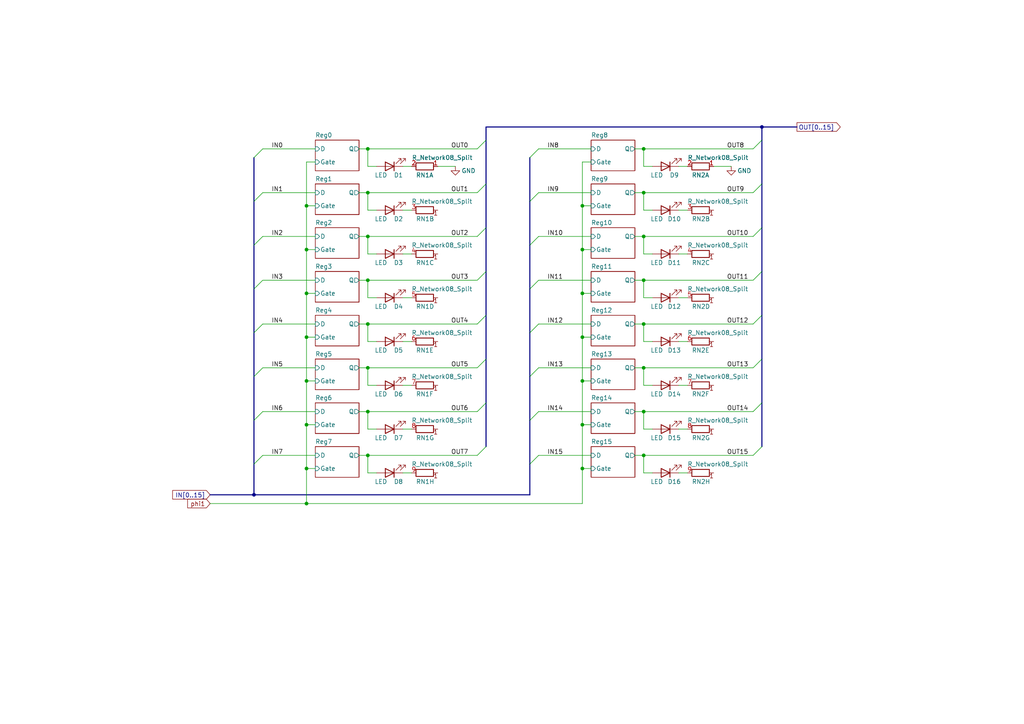
<source format=kicad_sch>
(kicad_sch (version 20211123) (generator eeschema)
  (paper "A4")
  (lib_symbols
    (symbol "Device:LED" (pin_numbers hide) (pin_names (offset 1.016) hide)
      (property "Reference" "D" (at 0 2.54 0))
      (property "Value" "LED" (at 0 -2.54 0))
      (symbol "LED_0_1"
        (polyline (pts (xy -1.27 -1.27) (xy -1.27 1.27)) (stroke (width 0.254)))
        (polyline (pts (xy -1.27 0) (xy 1.27 0)))
        (polyline (pts (xy 1.27 -1.27) (xy 1.27 1.27) (xy -1.27 0) (xy 1.27 -1.27)) (stroke (width 0.254)))
        (polyline (pts (xy -3.048 -0.762) (xy -4.572 -2.286) (xy -3.81 -2.286) (xy -4.572 -2.286) (xy -4.572 -1.524)))
        (polyline (pts (xy -1.778 -0.762) (xy -3.302 -2.286) (xy -2.54 -2.286) (xy -3.302 -2.286) (xy -3.302 -1.524)))
      )
      (symbol "LED_1_1"
        (pin passive line (at -3.81 0 0) (length 2.54) (name "K") (number "1"))
        (pin passive line (at 3.81 0 180) (length 2.54) (name "A") (number "2"))
      )
    )
    (symbol "Device:R_Network08_Split" (pin_names (offset 0) hide)
      (property "Reference" "RN" (at 2.032 0 90))
      (property "Value" "R_Network08_Split" (at 0 0 90))
      (symbol "R_Network08_Split_0_1"
        (rectangle (start 1.016 2.54) (end -1.016 -2.54) (stroke (width 0.254)))
      )
      (symbol "R_Network08_Split_1_1"
        (pin passive line (at 0 3.81 270) (length 1.27) (name "R1.1") (number "1"))
        (pin passive line (at 0 -3.81 90) (length 1.27) (name "R1.2") (number "2"))
      )
      (symbol "R_Network08_Split_2_1"
        (polyline (pts (xy 0 2.54) (xy 0 3.81)))
        (text "1" (at 0.889 3.175 900) (effects (font (size 1.27 1.27))))
        (pin passive line (at 0 -3.81 90) (length 1.27) (name "R2.2") (number "3"))
      )
      (symbol "R_Network08_Split_3_1"
        (polyline (pts (xy 0 2.54) (xy 0 3.81)))
        (text "1" (at 0.889 3.175 900) (effects (font (size 1.27 1.27))))
        (pin passive line (at 0 -3.81 90) (length 1.27) (name "R3.2") (number "4"))
      )
      (symbol "R_Network08_Split_4_1"
        (polyline (pts (xy 0 2.54) (xy 0 3.81)))
        (text "1" (at 0.889 3.175 900) (effects (font (size 1.27 1.27))))
        (pin passive line (at 0 -3.81 90) (length 1.27) (name "R4.2") (number "5"))
      )
      (symbol "R_Network08_Split_5_1"
        (polyline (pts (xy 0 2.54) (xy 0 3.81)))
        (text "1" (at 0.889 3.175 900) (effects (font (size 1.27 1.27))))
        (pin passive line (at 0 -3.81 90) (length 1.27) (name "R5.2") (number "6"))
      )
      (symbol "R_Network08_Split_6_1"
        (polyline (pts (xy 0 2.54) (xy 0 3.81)))
        (text "1" (at 0.889 3.175 900) (effects (font (size 1.27 1.27))))
        (pin passive line (at 0 -3.81 90) (length 1.27) (name "R6.2") (number "7"))
      )
      (symbol "R_Network08_Split_7_1"
        (polyline (pts (xy 0 2.54) (xy 0 3.81)))
        (text "1" (at 0.889 3.175 900) (effects (font (size 1.27 1.27))))
        (pin passive line (at 0 -3.81 90) (length 1.27) (name "R7.2") (number "8"))
      )
      (symbol "R_Network08_Split_8_1"
        (polyline (pts (xy 0 2.54) (xy 0 3.81)))
        (text "1" (at 0.889 3.175 900) (effects (font (size 1.27 1.27))))
        (pin passive line (at 0 -3.81 90) (length 1.27) (name "R8.2") (number "9"))
      )
    )
    (symbol "power:GND" (power) (pin_names (offset 0))
      (property "Value" "GND" (at 0 -3.81 0))
      (symbol "GND_0_1"
        (polyline (pts (xy 0 0) (xy 0 -1.27) (xy 1.27 -1.27) (xy 0 -2.54) (xy -1.27 -1.27) (xy 0 -1.27)))
      )
      (symbol "GND_1_1"
        (pin power_in line (at 0 0 270) (length 0) hide (name "GND") (number "1"))
      )
    )
  )
  (junction (at 186.69 132.08))
  (junction (at 106.68 43.18))
  (junction (at 186.69 106.68))
  (junction (at 106.68 106.68))
  (junction (at 168.91 85.09))
  (junction (at 88.9 146.05))
  (junction (at 88.9 135.89))
  (junction (at 106.68 119.38))
  (junction (at 88.9 72.39))
  (junction (at 168.91 59.69))
  (junction (at 73.66 143.51))
  (junction (at 168.91 110.49))
  (junction (at 186.69 93.98))
  (junction (at 88.9 85.09))
  (junction (at 168.91 72.39))
  (junction (at 168.91 97.79))
  (junction (at 186.69 81.28))
  (junction (at 106.68 68.58))
  (junction (at 186.69 68.58))
  (junction (at 168.91 135.89))
  (junction (at 106.68 55.88))
  (junction (at 106.68 93.98))
  (junction (at 106.68 81.28))
  (junction (at 186.69 55.88))
  (junction (at 168.91 123.19))
  (junction (at 88.9 123.19))
  (junction (at 186.69 43.18))
  (junction (at 186.69 119.38))
  (junction (at 220.98 36.83))
  (junction (at 106.68 132.08))
  (junction (at 88.9 97.79))
  (junction (at 88.9 59.69))
  (junction (at 88.9 110.49))
  (bus_entry (at 138.43 106.68) (size 2.54 -2.54))
  (bus_entry (at 218.44 68.58) (size 2.54 -2.54))
  (bus_entry (at 153.67 96.52) (size 2.54 -2.54))
  (bus_entry (at 218.44 93.98) (size 2.54 -2.54))
  (bus_entry (at 73.66 121.92) (size 2.54 -2.54))
  (bus_entry (at 73.66 83.82) (size 2.54 -2.54))
  (bus_entry (at 138.43 68.58) (size 2.54 -2.54))
  (bus_entry (at 153.67 134.62) (size 2.54 -2.54))
  (bus_entry (at 218.44 81.28) (size 2.54 -2.54))
  (bus_entry (at 138.43 43.18) (size 2.54 -2.54))
  (bus_entry (at 138.43 55.88) (size 2.54 -2.54))
  (bus_entry (at 153.67 121.92) (size 2.54 -2.54))
  (bus_entry (at 218.44 132.08) (size 2.54 -2.54))
  (bus_entry (at 73.66 96.52) (size 2.54 -2.54))
  (bus_entry (at 73.66 45.72) (size 2.54 -2.54))
  (bus_entry (at 73.66 58.42) (size 2.54 -2.54))
  (bus_entry (at 153.67 58.42) (size 2.54 -2.54))
  (bus_entry (at 138.43 93.98) (size 2.54 -2.54))
  (bus_entry (at 153.67 83.82) (size 2.54 -2.54))
  (bus_entry (at 138.43 81.28) (size 2.54 -2.54))
  (bus_entry (at 73.66 71.12) (size 2.54 -2.54))
  (bus_entry (at 73.66 134.62) (size 2.54 -2.54))
  (bus_entry (at 153.67 109.22) (size 2.54 -2.54))
  (bus_entry (at 218.44 55.88) (size 2.54 -2.54))
  (bus_entry (at 153.67 71.12) (size 2.54 -2.54))
  (bus_entry (at 138.43 119.38) (size 2.54 -2.54))
  (bus_entry (at 153.67 45.72) (size 2.54 -2.54))
  (bus_entry (at 138.43 132.08) (size 2.54 -2.54))
  (bus_entry (at 73.66 109.22) (size 2.54 -2.54))
  (bus_entry (at 218.44 119.38) (size 2.54 -2.54))
  (bus_entry (at 218.44 106.68) (size 2.54 -2.54))
  (bus_entry (at 218.44 43.18) (size 2.54 -2.54))
  (wire (pts (xy 186.69 81.28) (xy 218.44 81.28)))
  (wire (pts (xy 186.69 43.18) (xy 218.44 43.18)))
  (bus (pts (xy 73.66 71.12) (xy 73.66 83.82)))
  (wire (pts (xy 186.69 48.26) (xy 189.23 48.26)))
  (wire (pts (xy 186.69 106.68) (xy 186.69 111.76)))
  (wire (pts (xy 88.9 59.69) (xy 88.9 72.39)))
  (bus (pts (xy 140.97 40.64) (xy 140.97 36.83)))
  (wire (pts (xy 168.91 135.89) (xy 171.45 135.89)))
  (bus (pts (xy 153.67 121.92) (xy 153.67 134.62)))
  (wire (pts (xy 106.68 86.36) (xy 109.22 86.36)))
  (wire (pts (xy 156.21 68.58) (xy 171.45 68.58)))
  (wire (pts (xy 186.69 93.98) (xy 218.44 93.98)))
  (wire (pts (xy 106.68 106.68) (xy 138.43 106.68)))
  (wire (pts (xy 186.69 119.38) (xy 186.69 124.46)))
  (wire (pts (xy 184.15 106.68) (xy 186.69 106.68)))
  (bus (pts (xy 220.98 53.34) (xy 220.98 66.04)))
  (wire (pts (xy 76.2 55.88) (xy 91.44 55.88)))
  (wire (pts (xy 199.39 86.36) (xy 196.85 86.36)))
  (bus (pts (xy 73.66 58.42) (xy 73.66 71.12)))
  (wire (pts (xy 168.91 59.69) (xy 171.45 59.69)))
  (bus (pts (xy 153.67 134.62) (xy 153.67 143.51)))
  (wire (pts (xy 88.9 59.69) (xy 91.44 59.69)))
  (wire (pts (xy 186.69 55.88) (xy 218.44 55.88)))
  (bus (pts (xy 220.98 78.74) (xy 220.98 91.44)))
  (bus (pts (xy 140.97 104.14) (xy 140.97 91.44)))
  (bus (pts (xy 220.98 36.83) (xy 220.98 40.64)))
  (wire (pts (xy 168.91 72.39) (xy 171.45 72.39)))
  (wire (pts (xy 106.68 81.28) (xy 106.68 86.36)))
  (bus (pts (xy 153.67 96.52) (xy 153.67 109.22)))
  (wire (pts (xy 119.38 48.26) (xy 116.84 48.26)))
  (bus (pts (xy 153.67 109.22) (xy 153.67 121.92)))
  (wire (pts (xy 106.68 43.18) (xy 138.43 43.18)))
  (wire (pts (xy 106.68 119.38) (xy 138.43 119.38)))
  (wire (pts (xy 88.9 72.39) (xy 88.9 85.09)))
  (wire (pts (xy 132.08 48.26) (xy 127 48.26)))
  (wire (pts (xy 104.14 132.08) (xy 106.68 132.08)))
  (bus (pts (xy 153.67 45.72) (xy 153.67 58.42)))
  (bus (pts (xy 220.98 66.04) (xy 220.98 78.74)))
  (wire (pts (xy 119.38 60.96) (xy 116.84 60.96)))
  (wire (pts (xy 184.15 43.18) (xy 186.69 43.18)))
  (wire (pts (xy 184.15 55.88) (xy 186.69 55.88)))
  (wire (pts (xy 212.09 48.26) (xy 207.01 48.26)))
  (wire (pts (xy 88.9 46.99) (xy 88.9 59.69)))
  (wire (pts (xy 186.69 106.68) (xy 218.44 106.68)))
  (bus (pts (xy 140.97 91.44) (xy 140.97 78.74)))
  (wire (pts (xy 106.68 106.68) (xy 106.68 111.76)))
  (wire (pts (xy 168.91 46.99) (xy 168.91 59.69)))
  (wire (pts (xy 186.69 119.38) (xy 218.44 119.38)))
  (wire (pts (xy 88.9 135.89) (xy 91.44 135.89)))
  (wire (pts (xy 76.2 132.08) (xy 91.44 132.08)))
  (bus (pts (xy 73.66 121.92) (xy 73.66 134.62)))
  (bus (pts (xy 60.96 143.51) (xy 73.66 143.51)))
  (wire (pts (xy 168.91 97.79) (xy 168.91 110.49)))
  (bus (pts (xy 220.98 91.44) (xy 220.98 104.14)))
  (bus (pts (xy 140.97 116.84) (xy 140.97 104.14)))
  (wire (pts (xy 168.91 85.09) (xy 168.91 97.79)))
  (wire (pts (xy 88.9 110.49) (xy 91.44 110.49)))
  (wire (pts (xy 199.39 137.16) (xy 196.85 137.16)))
  (wire (pts (xy 186.69 81.28) (xy 186.69 86.36)))
  (wire (pts (xy 106.68 60.96) (xy 109.22 60.96)))
  (wire (pts (xy 156.21 93.98) (xy 171.45 93.98)))
  (wire (pts (xy 199.39 124.46) (xy 196.85 124.46)))
  (wire (pts (xy 186.69 68.58) (xy 186.69 73.66)))
  (wire (pts (xy 106.68 48.26) (xy 109.22 48.26)))
  (wire (pts (xy 104.14 81.28) (xy 106.68 81.28)))
  (wire (pts (xy 76.2 119.38) (xy 91.44 119.38)))
  (bus (pts (xy 220.98 104.14) (xy 220.98 116.84)))
  (wire (pts (xy 76.2 106.68) (xy 91.44 106.68)))
  (wire (pts (xy 104.14 93.98) (xy 106.68 93.98)))
  (bus (pts (xy 140.97 129.54) (xy 140.97 116.84)))
  (wire (pts (xy 199.39 48.26) (xy 196.85 48.26)))
  (wire (pts (xy 104.14 106.68) (xy 106.68 106.68)))
  (wire (pts (xy 186.69 68.58) (xy 218.44 68.58)))
  (wire (pts (xy 156.21 55.88) (xy 171.45 55.88)))
  (wire (pts (xy 156.21 106.68) (xy 171.45 106.68)))
  (wire (pts (xy 184.15 132.08) (xy 186.69 132.08)))
  (wire (pts (xy 186.69 73.66) (xy 189.23 73.66)))
  (wire (pts (xy 88.9 72.39) (xy 91.44 72.39)))
  (wire (pts (xy 184.15 93.98) (xy 186.69 93.98)))
  (wire (pts (xy 184.15 68.58) (xy 186.69 68.58)))
  (wire (pts (xy 119.38 137.16) (xy 116.84 137.16)))
  (wire (pts (xy 186.69 99.06) (xy 189.23 99.06)))
  (wire (pts (xy 168.91 72.39) (xy 168.91 85.09)))
  (wire (pts (xy 168.91 85.09) (xy 171.45 85.09)))
  (wire (pts (xy 88.9 123.19) (xy 91.44 123.19)))
  (wire (pts (xy 119.38 124.46) (xy 116.84 124.46)))
  (wire (pts (xy 156.21 119.38) (xy 171.45 119.38)))
  (wire (pts (xy 168.91 123.19) (xy 171.45 123.19)))
  (wire (pts (xy 106.68 99.06) (xy 109.22 99.06)))
  (bus (pts (xy 220.98 40.64) (xy 220.98 53.34)))
  (bus (pts (xy 73.66 109.22) (xy 73.66 121.92)))
  (wire (pts (xy 88.9 85.09) (xy 91.44 85.09)))
  (wire (pts (xy 88.9 110.49) (xy 88.9 123.19)))
  (wire (pts (xy 106.68 93.98) (xy 138.43 93.98)))
  (wire (pts (xy 106.68 55.88) (xy 106.68 60.96)))
  (wire (pts (xy 156.21 81.28) (xy 171.45 81.28)))
  (wire (pts (xy 168.91 146.05) (xy 88.9 146.05)))
  (wire (pts (xy 186.69 93.98) (xy 186.69 99.06)))
  (wire (pts (xy 76.2 81.28) (xy 91.44 81.28)))
  (bus (pts (xy 140.97 36.83) (xy 220.98 36.83)))
  (wire (pts (xy 106.68 93.98) (xy 106.68 99.06)))
  (wire (pts (xy 88.9 97.79) (xy 88.9 110.49)))
  (wire (pts (xy 186.69 137.16) (xy 189.23 137.16)))
  (bus (pts (xy 153.67 58.42) (xy 153.67 71.12)))
  (wire (pts (xy 186.69 86.36) (xy 189.23 86.36)))
  (wire (pts (xy 106.68 81.28) (xy 138.43 81.28)))
  (wire (pts (xy 76.2 93.98) (xy 91.44 93.98)))
  (bus (pts (xy 140.97 66.04) (xy 140.97 53.34)))
  (wire (pts (xy 106.68 132.08) (xy 138.43 132.08)))
  (wire (pts (xy 106.68 124.46) (xy 109.22 124.46)))
  (wire (pts (xy 186.69 43.18) (xy 186.69 48.26)))
  (wire (pts (xy 88.9 97.79) (xy 91.44 97.79)))
  (wire (pts (xy 171.45 46.99) (xy 168.91 46.99)))
  (wire (pts (xy 168.91 110.49) (xy 171.45 110.49)))
  (wire (pts (xy 168.91 135.89) (xy 168.91 146.05)))
  (wire (pts (xy 168.91 110.49) (xy 168.91 123.19)))
  (wire (pts (xy 168.91 59.69) (xy 168.91 72.39)))
  (wire (pts (xy 156.21 132.08) (xy 171.45 132.08)))
  (wire (pts (xy 156.21 43.18) (xy 171.45 43.18)))
  (wire (pts (xy 186.69 124.46) (xy 189.23 124.46)))
  (wire (pts (xy 76.2 68.58) (xy 91.44 68.58)))
  (wire (pts (xy 119.38 73.66) (xy 116.84 73.66)))
  (wire (pts (xy 104.14 55.88) (xy 106.68 55.88)))
  (wire (pts (xy 104.14 68.58) (xy 106.68 68.58)))
  (wire (pts (xy 106.68 55.88) (xy 138.43 55.88)))
  (bus (pts (xy 73.66 83.82) (xy 73.66 96.52)))
  (wire (pts (xy 106.68 132.08) (xy 106.68 137.16)))
  (wire (pts (xy 106.68 111.76) (xy 109.22 111.76)))
  (wire (pts (xy 184.15 119.38) (xy 186.69 119.38)))
  (bus (pts (xy 140.97 78.74) (xy 140.97 66.04)))
  (bus (pts (xy 140.97 53.34) (xy 140.97 40.64)))
  (wire (pts (xy 60.96 146.05) (xy 88.9 146.05)))
  (wire (pts (xy 106.68 43.18) (xy 106.68 48.26)))
  (wire (pts (xy 186.69 132.08) (xy 218.44 132.08)))
  (wire (pts (xy 91.44 46.99) (xy 88.9 46.99)))
  (bus (pts (xy 73.66 96.52) (xy 73.66 109.22)))
  (bus (pts (xy 73.66 45.72) (xy 73.66 58.42)))
  (wire (pts (xy 168.91 97.79) (xy 171.45 97.79)))
  (wire (pts (xy 199.39 60.96) (xy 196.85 60.96)))
  (wire (pts (xy 106.68 68.58) (xy 106.68 73.66)))
  (wire (pts (xy 119.38 86.36) (xy 116.84 86.36)))
  (bus (pts (xy 220.98 116.84) (xy 220.98 129.54)))
  (wire (pts (xy 88.9 123.19) (xy 88.9 135.89)))
  (bus (pts (xy 220.98 36.83) (xy 231.14 36.83)))
  (wire (pts (xy 106.68 73.66) (xy 109.22 73.66)))
  (wire (pts (xy 186.69 60.96) (xy 189.23 60.96)))
  (wire (pts (xy 76.2 43.18) (xy 91.44 43.18)))
  (wire (pts (xy 106.68 119.38) (xy 106.68 124.46)))
  (wire (pts (xy 88.9 85.09) (xy 88.9 97.79)))
  (wire (pts (xy 119.38 111.76) (xy 116.84 111.76)))
  (wire (pts (xy 186.69 132.08) (xy 186.69 137.16)))
  (wire (pts (xy 186.69 111.76) (xy 189.23 111.76)))
  (wire (pts (xy 199.39 111.76) (xy 196.85 111.76)))
  (wire (pts (xy 106.68 137.16) (xy 109.22 137.16)))
  (bus (pts (xy 153.67 83.82) (xy 153.67 96.52)))
  (bus (pts (xy 73.66 143.51) (xy 153.67 143.51)))
  (wire (pts (xy 119.38 99.06) (xy 116.84 99.06)))
  (wire (pts (xy 104.14 119.38) (xy 106.68 119.38)))
  (bus (pts (xy 73.66 134.62) (xy 73.66 143.51)))
  (wire (pts (xy 184.15 81.28) (xy 186.69 81.28)))
  (bus (pts (xy 153.67 71.12) (xy 153.67 83.82)))
  (wire (pts (xy 104.14 43.18) (xy 106.68 43.18)))
  (wire (pts (xy 88.9 146.05) (xy 88.9 135.89)))
  (wire (pts (xy 106.68 68.58) (xy 138.43 68.58)))
  (wire (pts (xy 168.91 123.19) (xy 168.91 135.89)))
  (wire (pts (xy 199.39 99.06) (xy 196.85 99.06)))
  (wire (pts (xy 199.39 73.66) (xy 196.85 73.66)))
  (wire (pts (xy 186.69 55.88) (xy 186.69 60.96)))
  (label "IN13" (at 158.75 106.68 0))
  (label "IN11" (at 158.75 81.28 0))
  (label "OUT8" (at 210.82 43.18 0))
  (label "OUT13" (at 210.82 106.68 0))
  (label "OUT11" (at 210.82 81.28 0))
  (label "IN4" (at 78.74 93.98 0))
  (label "IN6" (at 78.74 119.38 0))
  (label "OUT2" (at 130.81 68.58 0))
  (label "OUT0" (at 130.81 43.18 0))
  (label "IN15" (at 158.75 132.08 0))
  (label "OUT14" (at 210.82 119.38 0))
  (label "OUT10" (at 210.82 68.58 0))
  (label "IN9" (at 158.75 55.88 0))
  (label "IN12" (at 158.75 93.98 0))
  (label "IN2" (at 78.74 68.58 0))
  (label "IN8" (at 158.75 43.18 0))
  (label "OUT12" (at 210.82 93.98 0))
  (label "IN14" (at 158.75 119.38 0))
  (label "OUT5" (at 130.81 106.68 0))
  (label "IN1" (at 78.74 55.88 0))
  (label "OUT15" (at 210.82 132.08 0))
  (label "IN7" (at 78.74 132.08 0))
  (label "IN5" (at 78.74 106.68 0))
  (label "OUT4" (at 130.81 93.98 0))
  (label "IN0" (at 78.74 43.18 0))
  (label "OUT7" (at 130.81 132.08 0))
  (label "OUT1" (at 130.81 55.88 0))
  (label "OUT3" (at 130.81 81.28 0))
  (label "OUT9" (at 210.82 55.88 0))
  (label "IN3" (at 78.74 81.28 0))
  (label "OUT6" (at 130.81 119.38 0))
  (label "IN10" (at 158.75 68.58 0))
  (global_label "phi1" (shape input) (at 60.96 146.05 180) (property "Intersheet References" "${INTERSHEET_REFS}" (effects hide)))
  (global_label "IN[0..15]" (shape input) (at 60.96 143.51 180) (property "Intersheet References" "${INTERSHEET_REFS}" (effects hide)))
  (global_label "OUT[0..15]" (shape output) (at 231.14 36.83 0) (property "Intersheet References" "${INTERSHEET_REFS}" (effects hide)))
  (symbol (lib_id "Device:LED") (at 193.04 124.46 180) (unit 1)
    (property "Reference" "D15" (at 195.58 127 0))
    (property "Value" "LED" (at 190.5 127 0))
    (property "Footprint" "LED_THT:LED_D3.0mm" (effects hide))
  )
  (symbol (lib_id "Device:LED") (at 113.03 137.16 180) (unit 1)
    (property "Reference" "D8" (at 115.57 139.7 0))
    (property "Value" "LED" (at 110.49 139.7 0))
    (property "Footprint" "LED_THT:LED_D3.0mm" (effects hide))
  )
  (symbol (lib_id "Device:LED") (at 193.04 60.96 180) (unit 1)
    (property "Reference" "D10" (at 195.58 63.5 0))
    (property "Value" "LED" (at 190.5 63.5 0))
    (property "Footprint" "LED_THT:LED_D3.0mm" (effects hide))
  )
  (symbol (lib_id "Device:R_Network08_Split") (at 123.19 137.16 270) (unit 8)
    (property "Reference" "RN1" (at 120.65 139.7 90) (effects (justify left)))
    (property "Value" "R_Network08_Split" (at 119.38 134.62 90) (effects (justify left)))
    (property "Footprint" "Resistor_THT:R_Array_SIP9" (effects hide))
    (property "Datasheet" "http://www.vishay.com/docs/31509/csc.pdf" (effects hide))
  )
  (symbol (lib_id "Device:LED") (at 113.03 60.96 180) (unit 1)
    (property "Reference" "D2" (at 115.57 63.5 0))
    (property "Value" "LED" (at 110.49 63.5 0))
    (property "Footprint" "LED_THT:LED_D3.0mm" (effects hide))
  )
  (symbol (lib_id "Device:LED") (at 113.03 111.76 180) (unit 1)
    (property "Reference" "D6" (at 115.57 114.3 0))
    (property "Value" "LED" (at 110.49 114.3 0))
    (property "Footprint" "LED_THT:LED_D3.0mm" (effects hide))
  )
  (symbol (lib_id "Device:LED") (at 113.03 86.36 180) (unit 1)
    (property "Reference" "D4" (at 115.57 88.9 0))
    (property "Value" "LED" (at 110.49 88.9 0))
    (property "Footprint" "LED_THT:LED_D3.0mm" (effects hide))
  )
  (symbol (lib_id "power:GND") (at 212.09 48.26 0) (unit 1)
    (property "Reference" "#PWR02" (effects hide))
    (property "Value" "GND" (at 215.9 49.53 0))
  )
  (symbol (lib_id "Device:R_Network08_Split") (at 203.2 86.36 270) (unit 4)
    (property "Reference" "RN2" (at 200.66 88.9 90) (effects (justify left)))
    (property "Value" "R_Network08_Split" (at 199.39 83.82 90) (effects (justify left)))
    (property "Footprint" "Resistor_THT:R_Array_SIP9" (effects hide))
    (property "Datasheet" "http://www.vishay.com/docs/31509/csc.pdf" (effects hide))
  )
  (symbol (lib_id "Device:R_Network08_Split") (at 123.19 111.76 270) (unit 6)
    (property "Reference" "RN1" (at 120.65 114.3 90) (effects (justify left)))
    (property "Value" "R_Network08_Split" (at 119.38 109.22 90) (effects (justify left)))
    (property "Footprint" "Resistor_THT:R_Array_SIP9" (effects hide))
    (property "Datasheet" "http://www.vishay.com/docs/31509/csc.pdf" (effects hide))
  )
  (symbol (lib_id "Device:LED") (at 193.04 48.26 180) (unit 1)
    (property "Reference" "D9" (at 195.58 50.8 0))
    (property "Value" "LED" (at 190.5 50.8 0))
    (property "Footprint" "LED_THT:LED_D3.0mm" (effects hide))
  )
  (symbol (lib_id "Device:LED") (at 193.04 99.06 180) (unit 1)
    (property "Reference" "D13" (at 195.58 101.6 0))
    (property "Value" "LED" (at 190.5 101.6 0))
    (property "Footprint" "LED_THT:LED_D3.0mm" (effects hide))
  )
  (symbol (lib_id "Device:R_Network08_Split") (at 203.2 137.16 270) (unit 8)
    (property "Reference" "RN2" (at 200.66 139.7 90) (effects (justify left)))
    (property "Value" "R_Network08_Split" (at 199.39 134.62 90) (effects (justify left)))
    (property "Footprint" "Resistor_THT:R_Array_SIP9" (effects hide))
    (property "Datasheet" "http://www.vishay.com/docs/31509/csc.pdf" (effects hide))
  )
  (symbol (lib_id "Device:LED") (at 193.04 137.16 180) (unit 1)
    (property "Reference" "D16" (at 195.58 139.7 0))
    (property "Value" "LED" (at 190.5 139.7 0))
    (property "Footprint" "LED_THT:LED_D3.0mm" (effects hide))
  )
  (symbol (lib_id "Device:LED") (at 193.04 86.36 180) (unit 1)
    (property "Reference" "D12" (at 195.58 88.9 0))
    (property "Value" "LED" (at 190.5 88.9 0))
    (property "Footprint" "LED_THT:LED_D3.0mm" (effects hide))
  )
  (symbol (lib_id "Device:R_Network08_Split") (at 123.19 73.66 270) (unit 3)
    (property "Reference" "RN1" (at 120.65 76.2 90) (effects (justify left)))
    (property "Value" "R_Network08_Split" (at 119.38 71.12 90) (effects (justify left)))
    (property "Footprint" "Resistor_THT:R_Array_SIP9" (effects hide))
    (property "Datasheet" "http://www.vishay.com/docs/31509/csc.pdf" (effects hide))
  )
  (symbol (lib_id "Device:LED") (at 193.04 73.66 180) (unit 1)
    (property "Reference" "D11" (at 195.58 76.2 0))
    (property "Value" "LED" (at 190.5 76.2 0))
    (property "Footprint" "LED_THT:LED_D3.0mm" (effects hide))
  )
  (symbol (lib_id "power:GND") (at 132.08 48.26 0) (unit 1)
    (property "Reference" "#PWR01" (effects hide))
    (property "Value" "GND" (at 135.89 49.53 0))
  )
  (symbol (lib_id "Device:LED") (at 113.03 73.66 180) (unit 1)
    (property "Reference" "D3" (at 115.57 76.2 0))
    (property "Value" "LED" (at 110.49 76.2 0))
    (property "Footprint" "LED_THT:LED_D3.0mm" (effects hide))
  )
  (symbol (lib_id "Device:R_Network08_Split") (at 203.2 73.66 270) (unit 3)
    (property "Reference" "RN2" (at 200.66 76.2 90) (effects (justify left)))
    (property "Value" "R_Network08_Split" (at 199.39 71.12 90) (effects (justify left)))
    (property "Footprint" "Resistor_THT:R_Array_SIP9" (effects hide))
    (property "Datasheet" "http://www.vishay.com/docs/31509/csc.pdf" (effects hide))
  )
  (symbol (lib_id "Device:R_Network08_Split") (at 203.2 111.76 270) (unit 6)
    (property "Reference" "RN2" (at 200.66 114.3 90) (effects (justify left)))
    (property "Value" "R_Network08_Split" (at 199.39 109.22 90) (effects (justify left)))
    (property "Footprint" "Resistor_THT:R_Array_SIP9" (effects hide))
    (property "Datasheet" "http://www.vishay.com/docs/31509/csc.pdf" (effects hide))
  )
  (symbol (lib_id "Device:LED") (at 193.04 111.76 180) (unit 1)
    (property "Reference" "D14" (at 195.58 114.3 0))
    (property "Value" "LED" (at 190.5 114.3 0))
    (property "Footprint" "LED_THT:LED_D3.0mm" (effects hide))
  )
  (symbol (lib_id "Device:LED") (at 113.03 99.06 180) (unit 1)
    (property "Reference" "D5" (at 115.57 101.6 0))
    (property "Value" "LED" (at 110.49 101.6 0))
    (property "Footprint" "LED_THT:LED_D3.0mm" (effects hide))
  )
  (symbol (lib_id "Device:R_Network08_Split") (at 123.19 124.46 270) (unit 7)
    (property "Reference" "RN1" (at 120.65 127 90) (effects (justify left)))
    (property "Value" "R_Network08_Split" (at 119.38 121.92 90) (effects (justify left)))
    (property "Footprint" "Resistor_THT:R_Array_SIP9" (effects hide))
    (property "Datasheet" "http://www.vishay.com/docs/31509/csc.pdf" (effects hide))
  )
  (symbol (lib_id "Device:LED") (at 113.03 124.46 180) (unit 1)
    (property "Reference" "D7" (at 115.57 127 0))
    (property "Value" "LED" (at 110.49 127 0))
    (property "Footprint" "LED_THT:LED_D3.0mm" (effects hide))
  )
  (symbol (lib_id "Device:R_Network08_Split") (at 203.2 48.26 270) (unit 1)
    (property "Reference" "RN2" (at 203.2 50.8 90))
    (property "Value" "R_Network08_Split" (at 208.28 45.72 90))
    (property "Footprint" "Resistor_THT:R_Array_SIP9" (effects hide))
    (property "Datasheet" "http://www.vishay.com/docs/31509/csc.pdf" (effects hide))
  )
  (symbol (lib_id "Device:R_Network08_Split") (at 203.2 124.46 270) (unit 7)
    (property "Reference" "RN2" (at 200.66 127 90) (effects (justify left)))
    (property "Value" "R_Network08_Split" (at 199.39 121.92 90) (effects (justify left)))
    (property "Footprint" "Resistor_THT:R_Array_SIP9" (effects hide))
    (property "Datasheet" "http://www.vishay.com/docs/31509/csc.pdf" (effects hide))
  )
  (symbol (lib_id "Device:R_Network08_Split") (at 203.2 99.06 270) (unit 5)
    (property "Reference" "RN2" (at 200.66 101.6 90) (effects (justify left)))
    (property "Value" "R_Network08_Split" (at 199.39 96.52 90) (effects (justify left)))
    (property "Footprint" "Resistor_THT:R_Array_SIP9" (effects hide))
    (property "Datasheet" "http://www.vishay.com/docs/31509/csc.pdf" (effects hide))
  )
  (symbol (lib_id "Device:R_Network08_Split") (at 123.19 60.96 270) (unit 2)
    (property "Reference" "RN1" (at 120.65 63.5 90) (effects (justify left)))
    (property "Value" "R_Network08_Split" (at 119.38 58.42 90) (effects (justify left)))
    (property "Footprint" "Resistor_THT:R_Array_SIP9" (effects hide))
    (property "Datasheet" "http://www.vishay.com/docs/31509/csc.pdf" (effects hide))
  )
  (symbol (lib_id "Device:R_Network08_Split") (at 123.19 99.06 270) (unit 5)
    (property "Reference" "RN1" (at 120.65 101.6 90) (effects (justify left)))
    (property "Value" "R_Network08_Split" (at 119.38 96.52 90) (effects (justify left)))
    (property "Footprint" "Resistor_THT:R_Array_SIP9" (effects hide))
    (property "Datasheet" "http://www.vishay.com/docs/31509/csc.pdf" (effects hide))
  )
  (symbol (lib_id "Device:R_Network08_Split") (at 123.19 86.36 270) (unit 4)
    (property "Reference" "RN1" (at 120.65 88.9 90) (effects (justify left)))
    (property "Value" "R_Network08_Split" (at 119.38 83.82 90) (effects (justify left)))
    (property "Footprint" "Resistor_THT:R_Array_SIP9" (effects hide))
    (property "Datasheet" "http://www.vishay.com/docs/31509/csc.pdf" (effects hide))
  )
  (symbol (lib_id "Device:R_Network08_Split") (at 123.19 48.26 270) (unit 1)
    (property "Reference" "RN1" (at 123.19 50.8 90))
    (property "Value" "R_Network08_Split" (at 128.27 45.72 90))
    (property "Footprint" "Resistor_THT:R_Array_SIP9" (effects hide))
    (property "Datasheet" "http://www.vishay.com/docs/31509/csc.pdf" (effects hide))
  )
  (symbol (lib_id "Device:LED") (at 113.03 48.26 180) (unit 1)
    (property "Reference" "D1" (at 115.57 50.8 0))
    (property "Value" "LED" (at 110.49 50.8 0))
    (property "Footprint" "LED_THT:LED_D3.0mm" (effects hide))
  )
  (symbol (lib_id "Device:R_Network08_Split") (at 203.2 60.96 270) (unit 2)
    (property "Reference" "RN2" (at 200.66 63.5 90) (effects (justify left)))
    (property "Value" "R_Network08_Split" (at 199.39 58.42 90) (effects (justify left)))
    (property "Footprint" "Resistor_THT:R_Array_SIP9" (effects hide))
    (property "Datasheet" "http://www.vishay.com/docs/31509/csc.pdf" (effects hide))
  )
  (sheet (at 91.44 53.34) (size 12.7 8.89) (stroke (width 0.1524))
    (property "Sheet name" "Reg1" (at 91.44 52.6284 0) (effects (justify left bottom)))
    (property "Sheet file" "Reg.kicad_sch" (effects hide))
    (pin "Gate" input (at 91.44 59.69 180))
    (pin "Q" output (at 104.14 55.88 0))
    (pin "D" input (at 91.44 55.88 180))
  )
  (sheet (at 171.45 53.34) (size 12.7 8.89) (stroke (width 0.1524))
    (property "Sheet name" "Reg9" (at 171.45 52.6284 0) (effects (justify left bottom)))
    (property "Sheet file" "Reg.kicad_sch" (effects hide))
    (pin "Gate" input (at 171.45 59.69 180))
    (pin "Q" output (at 184.15 55.88 0))
    (pin "D" input (at 171.45 55.88 180))
  )
  (sheet (at 171.45 78.74) (size 12.7 8.89) (stroke (width 0.1524))
    (property "Sheet name" "Reg11" (at 171.45 78.0284 0) (effects (justify left bottom)))
    (property "Sheet file" "Reg.kicad_sch" (effects hide))
    (pin "Gate" input (at 171.45 85.09 180))
    (pin "Q" output (at 184.15 81.28 0))
    (pin "D" input (at 171.45 81.28 180))
  )
  (sheet (at 171.45 116.84) (size 12.7 8.89) (stroke (width 0.1524))
    (property "Sheet name" "Reg14" (at 171.45 116.1284 0) (effects (justify left bottom)))
    (property "Sheet file" "Reg.kicad_sch" (effects hide))
    (pin "Gate" input (at 171.45 123.19 180))
    (pin "Q" output (at 184.15 119.38 0))
    (pin "D" input (at 171.45 119.38 180))
  )
  (sheet (at 91.44 116.84) (size 12.7 8.89) (stroke (width 0.1524))
    (property "Sheet name" "Reg6" (at 91.44 116.1284 0) (effects (justify left bottom)))
    (property "Sheet file" "Reg.kicad_sch" (effects hide))
    (pin "Gate" input (at 91.44 123.19 180))
    (pin "Q" output (at 104.14 119.38 0))
    (pin "D" input (at 91.44 119.38 180))
  )
  (sheet (at 91.44 129.54) (size 12.7 8.89) (stroke (width 0.1524))
    (property "Sheet name" "Reg7" (at 91.44 128.8284 0) (effects (justify left bottom)))
    (property "Sheet file" "Reg.kicad_sch" (effects hide))
    (pin "Gate" input (at 91.44 135.89 180))
    (pin "Q" output (at 104.14 132.08 0))
    (pin "D" input (at 91.44 132.08 180))
  )
  (sheet (at 171.45 66.04) (size 12.7 8.89) (stroke (width 0.1524))
    (property "Sheet name" "Reg10" (at 171.45 65.3284 0) (effects (justify left bottom)))
    (property "Sheet file" "Reg.kicad_sch" (effects hide))
    (pin "Gate" input (at 171.45 72.39 180))
    (pin "Q" output (at 184.15 68.58 0))
    (pin "D" input (at 171.45 68.58 180))
  )
  (sheet (at 91.44 104.14) (size 12.7 8.89) (stroke (width 0.1524))
    (property "Sheet name" "Reg5" (at 91.44 103.4284 0) (effects (justify left bottom)))
    (property "Sheet file" "Reg.kicad_sch" (effects hide))
    (pin "Gate" input (at 91.44 110.49 180))
    (pin "Q" output (at 104.14 106.68 0))
    (pin "D" input (at 91.44 106.68 180))
  )
  (sheet (at 91.44 91.44) (size 12.7 8.89) (stroke (width 0.1524))
    (property "Sheet name" "Reg4" (at 91.44 90.7284 0) (effects (justify left bottom)))
    (property "Sheet file" "Reg.kicad_sch" (effects hide))
    (pin "Gate" input (at 91.44 97.79 180))
    (pin "Q" output (at 104.14 93.98 0))
    (pin "D" input (at 91.44 93.98 180))
  )
  (sheet (at 171.45 129.54) (size 12.7 8.89) (stroke (width 0.1524))
    (property "Sheet name" "Reg15" (at 171.45 128.8284 0) (effects (justify left bottom)))
    (property "Sheet file" "Reg.kicad_sch" (effects hide))
    (pin "Gate" input (at 171.45 135.89 180))
    (pin "Q" output (at 184.15 132.08 0))
    (pin "D" input (at 171.45 132.08 180))
  )
  (sheet (at 171.45 91.44) (size 12.7 8.89) (stroke (width 0.1524))
    (property "Sheet name" "Reg12" (at 171.45 90.7284 0) (effects (justify left bottom)))
    (property "Sheet file" "Reg.kicad_sch" (effects hide))
    (pin "Gate" input (at 171.45 97.79 180))
    (pin "Q" output (at 184.15 93.98 0))
    (pin "D" input (at 171.45 93.98 180))
  )
  (sheet (at 91.44 78.74) (size 12.7 8.89) (stroke (width 0.1524))
    (property "Sheet name" "Reg3" (at 91.44 78.0284 0) (effects (justify left bottom)))
    (property "Sheet file" "Reg.kicad_sch" (effects hide))
    (pin "Gate" input (at 91.44 85.09 180))
    (pin "Q" output (at 104.14 81.28 0))
    (pin "D" input (at 91.44 81.28 180))
  )
  (sheet (at 171.45 40.64) (size 12.7 8.89) (stroke (width 0.1524))
    (property "Sheet name" "Reg8" (at 171.45 39.9284 0) (effects (justify left bottom)))
    (property "Sheet file" "Reg.kicad_sch" (effects hide))
    (pin "Gate" input (at 171.45 46.99 180))
    (pin "Q" output (at 184.15 43.18 0))
    (pin "D" input (at 171.45 43.18 180))
  )
  (sheet (at 91.44 66.04) (size 12.7 8.89) (stroke (width 0.1524))
    (property "Sheet name" "Reg2" (at 91.44 65.3284 0) (effects (justify left bottom)))
    (property "Sheet file" "Reg.kicad_sch" (effects hide))
    (pin "Gate" input (at 91.44 72.39 180))
    (pin "Q" output (at 104.14 68.58 0))
    (pin "D" input (at 91.44 68.58 180))
  )
  (sheet (at 171.45 104.14) (size 12.7 8.89) (stroke (width 0.1524))
    (property "Sheet name" "Reg13" (at 171.45 103.4284 0) (effects (justify left bottom)))
    (property "Sheet file" "Reg.kicad_sch" (effects hide))
    (pin "Gate" input (at 171.45 110.49 180))
    (pin "Q" output (at 184.15 106.68 0))
    (pin "D" input (at 171.45 106.68 180))
  )
  (sheet (at 91.44 40.64) (size 12.7 8.89) (stroke (width 0.1524))
    (property "Sheet name" "Reg0" (at 91.44 39.9284 0) (effects (justify left bottom)))
    (property "Sheet file" "Reg.kicad_sch" (effects hide))
    (pin "Gate" input (at 91.44 46.99 180))
    (pin "Q" output (at 104.14 43.18 0))
    (pin "D" input (at 91.44 43.18 180))
  )
)
</source>
